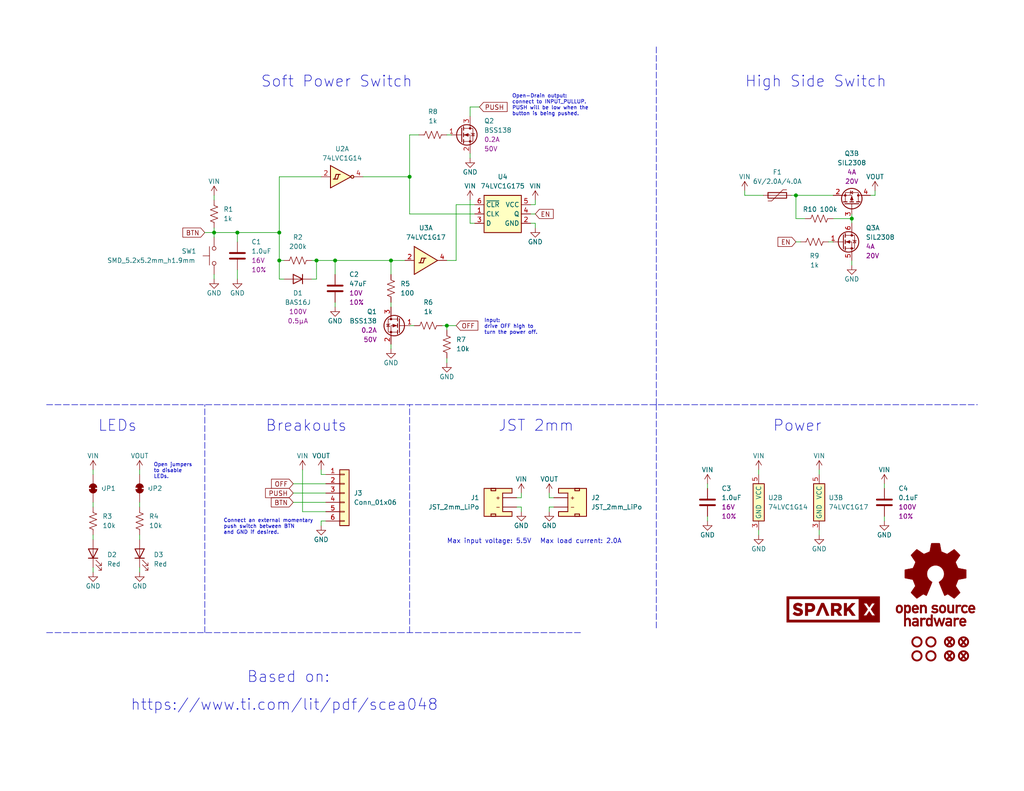
<source format=kicad_sch>
(kicad_sch (version 20230121) (generator eeschema)
  (paper "USLetter")
  (title_block (title "SparkX Soft Power Switch Mk2") (date "2024-03-13") (rev "v01") (comment 1 "Designed by: Paul Clark"))
  (lib_symbols
    (symbol "SparkFun-Aesthetic:Fiducial_0.5mm"
      (symbol "Fiducial_0.5mm_1_1"
        (text "x" (at 0 0.254 0) (effects (font (size 2.5 2.5) bold)))
      )
    )
    (symbol "SparkFun-Aesthetic:OSHW_Logo" (pin_names (offset 1.016)) (in_bom no))
    (symbol "SparkFun-Aesthetic:SparkX_Logo" (pin_names (offset 1.016)))
    (symbol "SparkFun-Capacitor:0.1uF_0603_100V_10%" (pin_numbers hide) (pin_names (offset 0.254))
      (property "Reference" "C" (at 0.635 2.54 0))
      (property "Value" "0.1uF" (at 0.635 -2.54 0))
      (property "Voltage" "100V" (at 0 -6.35 0))
      (property "Tolerance" "10%" (at 0 -8.89 0))
      (symbol "0.1uF_0603_100V_10%_1_1"
        (pin passive line (at 0 3.81 270) (length 2.794) (name "~") (number "1"))
        (pin passive line (at 0 -3.81 90) (length 2.794) (name "~") (number "2"))
      )
    )
    (symbol "SparkFun-Capacitor:1.0uF_0603_16V_10%" (pin_numbers hide) (pin_names (offset 0.254))
      (property "Reference" "C" (at 0.635 2.54 0))
      (property "Value" "1.0uF" (at 0.635 -2.54 0))
      (property "Voltage" "16V" (at 0 -6.35 0))
      (property "Tolerance" "10%" (at 0 -8.89 0))
      (symbol "1.0uF_0603_16V_10%_1_1"
        (pin passive line (at 0 3.81 270) (length 2.794) (name "~") (number "1"))
        (pin passive line (at 0 -3.81 90) (length 2.794) (name "~") (number "2"))
      )
    )
    (symbol "SparkFun-Capacitor:47uF_0805_10V_20%_1" (pin_numbers hide) (pin_names (offset 0.254))
      (property "Reference" "C" (at 0.635 2.54 0))
      (property "Value" "47uF" (at 0.635 -2.54 0))
      (property "Voltage" "10V" (at 0 -6.35 0))
      (property "Tolerance" "10%" (at 0 -8.89 0))
      (symbol "47uF_0805_10V_20%_1_1_1"
        (pin passive line (at 0 3.81 270) (length 2.794) (name "~") (number "1"))
        (pin passive line (at 0 -3.81 90) (length 2.794) (name "~") (number "2"))
      )
    )
    (symbol "SparkFun-Connector:Conn_01x02_JST_2mm_LiPo" (pin_numbers hide) (pin_names (offset 1.016) hide)
      (property "Reference" "J" (at 0 5.08 0))
      (property "Value" "JST_2mm_LiPo" (at 0 -8.89 0))
      (symbol "Conn_01x02_JST_2mm_LiPo_1_1"
        (text "+" (at 0 0 0) (effects (font (size 1 1))))
        (text "-" (at 0 -2.54 0) (effects (font (size 1 1))))
        (pin passive line (at -5.08 -2.54 0) (length 3.81) (name "-") (number "1"))
        (pin passive line (at -5.08 0 0) (length 3.81) (name "+") (number "2"))
        (pin no_connect line (at 1.27 -1.27 0) (length 2.54) hide (name "NC1") (number "NC1"))
        (pin no_connect line (at 1.27 -1.27 0) (length 2.54) hide (name "NC2") (number "NC2"))
      )
    )
    (symbol "SparkFun-Connector:Conn_01x06" (pin_names (offset 1.016) hide)
      (property "Reference" "J" (at 0 7.62 0))
      (property "Value" "Conn_01x06" (at 0 -10.16 0))
      (symbol "Conn_01x06_1_1"
        (pin passive line (at -5.08 5.08 0) (length 3.81) (name "Pin_1") (number "1"))
        (pin passive line (at -5.08 2.54 0) (length 3.81) (name "Pin_2") (number "2"))
        (pin passive line (at -5.08 0 0) (length 3.81) (name "Pin_3") (number "3"))
        (pin passive line (at -5.08 -2.54 0) (length 3.81) (name "Pin_4") (number "4"))
        (pin passive line (at -5.08 -5.08 0) (length 3.81) (name "Pin_5") (number "5"))
        (pin passive line (at -5.08 -7.62 0) (length 3.81) (name "Pin_6") (number "6"))
      )
    )
    (symbol "SparkFun-DiscreteSemi:D_250mA_100V" (pin_numbers hide) (pin_names (offset 1.016) hide)
      (property "Reference" "D" (at 0 2.54 0))
      (property "Value" "BAS16J" (at 0 -2.54 0))
      (property "VMax" "100V" (at 0 -5.08 0))
      (property "IRev" "0.5μA" (at 0 -7.62 0))
      (symbol "D_250mA_100V_1_1"
        (pin passive line (at 3.81 0 180) (length 2.54) (name "A") (number "A"))
        (pin passive line (at -3.81 0 0) (length 2.54) (name "C") (number "C"))
      )
    )
    (symbol "SparkFun-DiscreteSemi:Q_NMOS_0.2A_50V" (pin_names (offset 0) hide)
      (property "Reference" "Q" (at 5.08 1.27 0))
      (property "Value" "BSS138" (at 5.08 -1.27 0))
      (property "IMax" "0.2A" (at 7.62 -3.81 0))
      (property "VMax" "50V" (at 7.62 -6.35 0))
      (symbol "Q_NMOS_0.2A_50V_1_1"
        (pin input line (at -2.54 0 0) (length 0) (name "G") (number "1"))
        (pin passive line (at 2.54 -5.08 90) (length 2.54) (name "S") (number "2"))
        (pin passive line (at 2.54 5.08 270) (length 2.54) (name "D") (number "3"))
      )
    )
    (symbol "SparkFun-DiscreteSemi:Q_NPMOS_DUAL_4A_20V" (pin_names hide)
      (property "Reference" "Q" (at 5.08 1.905 0))
      (property "Value" "SIL2308" (at 5.08 0 0))
      (property "IMax" "4A" (at 6.35 -2.54 0))
      (property "VMax" "20V" (at 7.62 -5.08 0))
      (symbol "Q_NPMOS_DUAL_4A_20V_1_1"
        (pin input line (at -2.54 0 0) (length 0) (name "G") (number "1"))
        (pin passive line (at 2.54 -5.08 90) (length 2.54) (name "S") (number "5"))
        (pin passive line (at 2.54 5.08 270) (length 2.54) (name "D") (number "6"))
      )
      (symbol "Q_NPMOS_DUAL_4A_20V_2_1"
        (pin passive line (at 2.54 -5.08 90) (length 2.54) (name "1") (number "2"))
        (pin input line (at -2.54 0 0) (length 0) (name "G") (number "3"))
        (pin passive line (at 2.54 5.08 270) (length 2.54) (name "D") (number "4"))
      )
    )
    (symbol "SparkFun-Fuse:Fuse 6V/2.0A/4.0A" (pin_numbers hide) (pin_names (offset 0))
      (property "Reference" "F" (at 0 2.54 0))
      (property "Value" "6V/2.0A/4.0A" (at 0 -2.54 0))
      (symbol "Fuse 6V/2.0A/4.0A_1_1"
        (pin passive line (at 3.81 0 180) (length 1.27) (name "~") (number "1"))
        (pin passive line (at -3.81 0 0) (length 1.27) (name "~") (number "2"))
      )
    )
    (symbol "SparkFun-Hardware:Standoff")
    (symbol "SparkFun-IC-Logic:74LVC1G14"
      (property "Reference" "U" (at 2.54 3.81 0))
      (property "Value" "SN74LVC1G14DCK" (at 2.54 -3.81 0))
      (symbol "74LVC1G14_1_1"
        (pin input line (at -6.35 0 0) (length 2.54) (name "~") (number "2"))
        (pin output line (at 5.08 0 180) (length 2.54) (name "~") (number "4"))
      )
      (symbol "74LVC1G14_2_1"
        (pin power_in line (at 0 -7.62 90) (length 2.54) (name "GND") (number "3"))
        (pin power_in line (at 0 7.62 270) (length 2.54) (name "VCC") (number "5"))
      )
    )
    (symbol "SparkFun-IC-Logic:74LVC1G17"
      (property "Reference" "U" (at 1.905 2.54 0))
      (property "Value" "SN74LVC1G17DCK" (at 1.905 -2.54 0))
      (symbol "74LVC1G17_1_1"
        (pin input line (at -6.35 0 0) (length 2.54) (name "~") (number "2"))
        (pin output line (at 5.08 0 180) (length 2.54) (name "~") (number "4"))
      )
      (symbol "74LVC1G17_2_1"
        (pin power_in line (at 0 -7.62 90) (length 2.54) (name "GND") (number "3"))
        (pin power_in line (at 0 7.62 270) (length 2.54) (name "VCC") (number "5"))
      )
    )
    (symbol "SparkFun-IC-Logic:74LVC1G175"
      (property "Reference" "U" (at 0 8.89 0))
      (property "Value" "SN74LVC1G175DCK" (at 0 6.35 0))
      (symbol "74LVC1G175_1_1"
        (pin input line (at -7.62 0 0) (length 2.54) (name "CLK") (number "1"))
        (pin power_in line (at 7.62 -2.54 180) (length 2.54) (name "GND") (number "2"))
        (pin input line (at -7.62 -2.54 0) (length 2.54) (name "D") (number "3"))
        (pin output line (at 7.62 0 180) (length 2.54) (name "Q") (number "4"))
        (pin power_in line (at 7.62 2.54 180) (length 2.54) (name "VCC") (number "5"))
        (pin input line (at -7.62 2.54 0) (length 2.54) (name "~{CLR}") (number "6"))
      )
    )
    (symbol "SparkFun-Jumper:SolderJumper_2_Bridged" (pin_numbers hide) (pin_names (offset 0) hide)
      (property "Reference" "JP" (at 0 2.032 0))
      (property "Value" "~" (at 0 -2.54 0))
      (symbol "SolderJumper_2_Bridged_1_1"
        (pin passive line (at -3.81 0 0) (length 2.54) (name "A") (number "1"))
        (pin passive line (at 3.81 0 180) (length 2.54) (name "B") (number "2"))
      )
    )
    (symbol "SparkFun-LED:LED_Red_0603" (pin_numbers hide) (pin_names (offset 1.016) hide)
      (property "Reference" "D" (at 0 2.54 0))
      (property "Value" "Red" (at 0 -2.54 0))
      (symbol "LED_Red_0603_1_1"
        (pin passive line (at -3.81 0 0) (length 2.54) (name "K") (number "1"))
        (pin passive line (at 3.81 0 180) (length 2.54) (name "A") (number "2"))
      )
    )
    (symbol "SparkFun-PowerSymbol:GND" (power) (pin_names (offset 0))
      (property "Value" "GND" (at 0 -3.81 0))
      (symbol "GND_1_1"
        (pin power_in line (at 0 0 270) (length 0) hide (name "GND") (number "1"))
      )
    )
    (symbol "SparkFun-PowerSymbol:VIN" (power) (pin_names (offset 0))
      (property "Value" "VIN" (at 0 3.81 0))
      (symbol "VIN_1_1"
        (pin power_in line (at 0 0 90) (length 0) hide (name "VIN") (number "1"))
      )
    )
    (symbol "SparkFun-PowerSymbol:VOUT" (power) (pin_names (offset 0))
      (property "Value" "VOUT" (at 0 3.81 0))
      (symbol "VOUT_1_1"
        (pin power_in line (at 0 0 90) (length 0) hide (name "VOUT") (number "1"))
      )
    )
    (symbol "SparkFun-Resistor:100_0603" (pin_numbers hide) (pin_names (offset 0))
      (property "Reference" "R" (at 0 -2.54 0))
      (property "Value" "100" (at 0 2.54 0))
      (symbol "100_0603_1_1"
        (pin passive line (at 3.81 0 180) (length 1.27) (name "~") (number "1"))
        (pin passive line (at -3.81 0 0) (length 1.27) (name "~") (number "2"))
      )
    )
    (symbol "SparkFun-Resistor:100k_0603" (pin_numbers hide) (pin_names (offset 0))
      (property "Reference" "R" (at 0 -2.54 0))
      (property "Value" "100k" (at 0 2.54 0))
      (symbol "100k_0603_1_1"
        (pin passive line (at 3.81 0 180) (length 1.27) (name "~") (number "1"))
        (pin passive line (at -3.81 0 0) (length 1.27) (name "~") (number "2"))
      )
    )
    (symbol "SparkFun-Resistor:10k_0603" (pin_numbers hide) (pin_names (offset 0))
      (property "Reference" "R" (at 0 -2.54 0))
      (property "Value" "10k" (at 0 2.54 0))
      (symbol "10k_0603_1_1"
        (pin passive line (at 3.81 0 180) (length 1.27) (name "~") (number "1"))
        (pin passive line (at -3.81 0 0) (length 1.27) (name "~") (number "2"))
      )
    )
    (symbol "SparkFun-Resistor:1k_0603" (pin_numbers hide) (pin_names (offset 0))
      (property "Reference" "R" (at 0 -2.54 0))
      (property "Value" "1k" (at 0 2.54 0))
      (symbol "1k_0603_1_1"
        (pin passive line (at 3.81 0 180) (length 1.27) (name "~") (number "1"))
        (pin passive line (at -3.81 0 0) (length 1.27) (name "~") (number "2"))
      )
    )
    (symbol "SparkFun-Resistor:200k_0603" (pin_numbers hide) (pin_names (offset 0))
      (property "Reference" "R" (at 0 -2.54 0))
      (property "Value" "200k" (at 0 2.54 0))
      (symbol "200k_0603_1_1"
        (pin passive line (at 3.81 0 180) (length 1.27) (name "~") (number "1"))
        (pin passive line (at -3.81 0 0) (length 1.27) (name "~") (number "2"))
      )
    )
    (symbol "SparkFun-Switch:SPST_Push_SMD_5.2x5.2mm_h1.9mm" (pin_numbers hide) (pin_names (offset 0) hide)
      (property "Reference" "SW" (at 0 5.08 0))
      (property "Value" "SMD_5.2x5.2mm_h1.9mm" (at 0 -2.54 0))
      (symbol "SPST_Push_SMD_5.2x5.2mm_h1.9mm_1_1"
        (pin passive line (at -5.08 0 0) (length 2.54) (name "1") (number "1"))
        (pin passive line (at 5.08 0 180) (length 2.54) (name "2") (number "2"))
      )
    )
  )
  (junction (at 111.76 48.26))
  (junction (at 86.36 71.12))
  (junction (at 58.42 63.5))
  (junction (at 91.44 71.12))
  (junction (at 232.41 59.69))
  (junction (at 76.2 71.12))
  (junction (at 121.92 88.9))
  (junction (at 64.77 63.5))
  (junction (at 217.17 53.34))
  (junction (at 76.2 63.5))
  (junction (at 106.68 71.12))
  (wire (pts (xy 241.3 132.08) (xy 241.3 133.35)))
  (wire (pts (xy 106.68 93.98) (xy 106.68 95.25)))
  (wire (pts (xy 120.65 88.9) (xy 121.92 88.9)))
  (wire (pts (xy 217.17 59.69) (xy 217.17 53.34)))
  (wire (pts (xy 232.41 71.12) (xy 232.41 72.39)))
  (wire (pts (xy 106.68 71.12) (xy 110.49 71.12)))
  (wire (pts (xy 38.1 128.27) (xy 38.1 129.54)))
  (wire (pts (xy 238.76 52.07) (xy 238.76 53.34)))
  (wire (pts (xy 140.97 135.89) (xy 142.24 135.89)))
  (wire (pts (xy 227.33 59.69) (xy 232.41 59.69)))
  (wire (pts (xy 130.81 29.21) (xy 128.27 29.21)))
  (polyline (pts (xy 179.07 171.45) (xy 179.07 110.49)) (stroke (width 0) (type dash)))
  (polyline (pts (xy 12.7 110.49) (xy 266.7 110.49)) (stroke (width 0) (type dash)))
  (polyline (pts (xy 55.88 172.72) (xy 55.88 110.49)) (stroke (width 0) (type dash)))
  (wire (pts (xy 58.42 53.34) (xy 58.42 54.61)))
  (wire (pts (xy 85.09 71.12) (xy 86.36 71.12)))
  (wire (pts (xy 58.42 63.5) (xy 64.77 63.5)))
  (wire (pts (xy 129.54 60.96) (xy 128.27 60.96)))
  (wire (pts (xy 144.78 55.88) (xy 146.05 55.88)))
  (wire (pts (xy 64.77 73.66) (xy 64.77 76.2)))
  (wire (pts (xy 121.92 36.83) (xy 123.19 36.83)))
  (wire (pts (xy 58.42 62.23) (xy 58.42 63.5)))
  (wire (pts (xy 217.17 53.34) (xy 227.33 53.34)))
  (wire (pts (xy 219.71 59.69) (xy 217.17 59.69)))
  (wire (pts (xy 64.77 66.04) (xy 64.77 63.5)))
  (wire (pts (xy 91.44 71.12) (xy 106.68 71.12)))
  (polyline (pts (xy 12.7 172.72) (xy 158.75 172.72)) (stroke (width 0) (type dash)))
  (wire (pts (xy 151.13 138.43) (xy 149.86 138.43)))
  (wire (pts (xy 223.52 144.78) (xy 223.52 146.05)))
  (wire (pts (xy 241.3 140.97) (xy 241.3 142.24)))
  (wire (pts (xy 91.44 74.93) (xy 91.44 71.12)))
  (wire (pts (xy 25.4 154.94) (xy 25.4 156.21)))
  (wire (pts (xy 99.06 48.26) (xy 111.76 48.26)))
  (wire (pts (xy 128.27 41.91) (xy 128.27 43.18)))
  (wire (pts (xy 76.2 63.5) (xy 64.77 63.5)))
  (wire (pts (xy 111.76 58.42) (xy 129.54 58.42)))
  (wire (pts (xy 87.63 48.26) (xy 76.2 48.26)))
  (wire (pts (xy 149.86 134.62) (xy 149.86 135.89)))
  (wire (pts (xy 86.36 76.2) (xy 86.36 71.12)))
  (wire (pts (xy 80.01 132.08) (xy 88.9 132.08)))
  (wire (pts (xy 88.9 129.54) (xy 87.63 129.54)))
  (wire (pts (xy 77.47 76.2) (xy 76.2 76.2)))
  (wire (pts (xy 144.78 60.96) (xy 146.05 60.96)))
  (wire (pts (xy 121.92 90.17) (xy 121.92 88.9)))
  (wire (pts (xy 217.17 66.04) (xy 218.44 66.04)))
  (wire (pts (xy 193.04 140.97) (xy 193.04 142.24)))
  (wire (pts (xy 88.9 139.7) (xy 82.55 139.7)))
  (wire (pts (xy 215.9 53.34) (xy 217.17 53.34)))
  (wire (pts (xy 111.76 48.26) (xy 111.76 58.42)))
  (wire (pts (xy 207.01 144.78) (xy 207.01 146.05)))
  (wire (pts (xy 76.2 71.12) (xy 76.2 63.5)))
  (wire (pts (xy 128.27 29.21) (xy 128.27 31.75)))
  (wire (pts (xy 55.88 63.5) (xy 58.42 63.5)))
  (wire (pts (xy 111.76 88.9) (xy 113.03 88.9)))
  (wire (pts (xy 146.05 54.61) (xy 146.05 55.88)))
  (wire (pts (xy 232.41 58.42) (xy 232.41 59.69)))
  (wire (pts (xy 25.4 137.16) (xy 25.4 138.43)))
  (wire (pts (xy 86.36 71.12) (xy 91.44 71.12)))
  (wire (pts (xy 88.9 142.24) (xy 87.63 142.24)))
  (wire (pts (xy 149.86 135.89) (xy 151.13 135.89)))
  (wire (pts (xy 38.1 154.94) (xy 38.1 156.21)))
  (wire (pts (xy 124.46 71.12) (xy 124.46 55.88)))
  (wire (pts (xy 76.2 76.2) (xy 76.2 71.12)))
  (wire (pts (xy 111.76 36.83) (xy 111.76 48.26)))
  (wire (pts (xy 106.68 82.55) (xy 106.68 83.82)))
  (wire (pts (xy 193.04 132.08) (xy 193.04 133.35)))
  (wire (pts (xy 144.78 58.42) (xy 146.05 58.42)))
  (wire (pts (xy 208.28 53.34) (xy 203.2 53.34)))
  (wire (pts (xy 25.4 146.05) (xy 25.4 147.32)))
  (wire (pts (xy 85.09 76.2) (xy 86.36 76.2)))
  (wire (pts (xy 91.44 82.55) (xy 91.44 83.82)))
  (wire (pts (xy 146.05 60.96) (xy 146.05 62.23)))
  (wire (pts (xy 76.2 48.26) (xy 76.2 63.5)))
  (wire (pts (xy 38.1 137.16) (xy 38.1 138.43)))
  (wire (pts (xy 80.01 137.16) (xy 88.9 137.16)))
  (wire (pts (xy 58.42 64.77) (xy 58.42 63.5)))
  (wire (pts (xy 232.41 59.69) (xy 232.41 60.96)))
  (wire (pts (xy 114.3 36.83) (xy 111.76 36.83)))
  (wire (pts (xy 76.2 71.12) (xy 77.47 71.12)))
  (polyline (pts (xy 179.07 110.49) (xy 179.07 12.7)) (stroke (width 0) (type dash)))
  (wire (pts (xy 121.92 97.79) (xy 121.92 99.06)))
  (wire (pts (xy 223.52 128.27) (xy 223.52 129.54)))
  (wire (pts (xy 149.86 138.43) (xy 149.86 139.7)))
  (wire (pts (xy 140.97 138.43) (xy 142.24 138.43)))
  (wire (pts (xy 87.63 142.24) (xy 87.63 143.51)))
  (wire (pts (xy 142.24 134.62) (xy 142.24 135.89)))
  (wire (pts (xy 203.2 53.34) (xy 203.2 52.07)))
  (wire (pts (xy 237.49 53.34) (xy 238.76 53.34)))
  (polyline (pts (xy 111.76 172.72) (xy 111.76 110.49)) (stroke (width 0) (type dash)))
  (wire (pts (xy 124.46 55.88) (xy 129.54 55.88)))
  (wire (pts (xy 128.27 54.61) (xy 128.27 60.96)))
  (wire (pts (xy 38.1 146.05) (xy 38.1 147.32)))
  (wire (pts (xy 58.42 74.93) (xy 58.42 76.2)))
  (wire (pts (xy 121.92 88.9) (xy 124.46 88.9)))
  (wire (pts (xy 82.55 128.27) (xy 82.55 139.7)))
  (wire (pts (xy 226.06 66.04) (xy 227.33 66.04)))
  (wire (pts (xy 87.63 128.27) (xy 87.63 129.54)))
  (wire (pts (xy 25.4 128.27) (xy 25.4 129.54)))
  (wire (pts (xy 106.68 74.93) (xy 106.68 71.12)))
  (wire (pts (xy 142.24 138.43) (xy 142.24 139.7)))
  (wire (pts (xy 80.01 134.62) (xy 88.9 134.62)))
  (wire (pts (xy 207.01 128.27) (xy 207.01 129.54)))
  (wire (pts (xy 121.92 71.12) (xy 124.46 71.12)))
  (text "Connect an external momentary\npush switch between BTN\nand GND if desired." (at 60.96 146.05 0) (effects (font (size 1 1)) (justify left bottom)))
  (text "High Side Switch" (at 203.2 24.13 0) (effects (font (size 3 3)) (justify left bottom)))
  (text "Soft Power Switch" (at 71.12 24.13 0) (effects (font (size 3 3)) (justify left bottom)))
  (text "Open jumpers\nto disable\nLEDs." (at 41.91 130.81 0) (effects (font (size 1 1)) (justify left bottom)))
  (text "Breakouts" (at 72.39 118.11 0) (effects (font (size 3 3)) (justify left bottom)))
  (text "Open-Drain output:\nconnect to INPUT_PULLUP.\nPUSH will be low when the\nbutton is being pushed." (at 139.7 31.75 0) (effects (font (size 1 1)) (justify left bottom)))
  (text "Input:\ndrive OFF high to\nturn the power off." (at 132.08 91.44 0) (effects (font (size 1 1)) (justify left bottom)))
  (text "Max load current: 2.0A" (at 147.32 148.59 0) (effects (font (size 1.27 1.27)) (justify left bottom)))
  (text "Max input voltage: 5.5V" (at 121.92 148.59 0) (effects (font (size 1.27 1.27)) (justify left bottom)))
  (text "Power" (at 210.82 118.11 0) (effects (font (size 3 3)) (justify left bottom)))
  (text "LEDs" (at 26.67 118.11 0) (effects (font (size 3 3)) (justify left bottom)))
  (text "https://www.ti.com/lit/pdf/scea048" (at 35.56 194.31 0) (effects (font (size 3 3)) (justify left bottom)))
  (text "JST 2mm" (at 135.89 118.11 0) (effects (font (size 3 3)) (justify left bottom)))
  (text "Based on:" (at 67.31 186.69 0) (effects (font (size 3 3)) (justify left bottom)))
  (global_label "PUSH" (shape input) (at 80.01 134.62 180) (property "Intersheetrefs" "${INTERSHEET_REFS}" (effects hide)))
  (global_label "PUSH" (shape input) (at 130.81 29.21 0) (property "Intersheetrefs" "${INTERSHEET_REFS}" (effects hide)))
  (global_label "EN" (shape input) (at 217.17 66.04 180) (property "Intersheetrefs" "${INTERSHEET_REFS}" (effects hide)))
  (global_label "EN" (shape input) (at 146.05 58.42 0) (property "Intersheetrefs" "${INTERSHEET_REFS}" (effects hide)))
  (global_label "BTN" (shape input) (at 55.88 63.5 180) (property "Intersheetrefs" "${INTERSHEET_REFS}" (effects hide)))
  (global_label "OFF" (shape input) (at 80.01 132.08 180) (property "Intersheetrefs" "${INTERSHEET_REFS}" (effects hide)))
  (global_label "BTN" (shape input) (at 80.01 137.16 180) (property "Intersheetrefs" "${INTERSHEET_REFS}" (effects hide)))
  (global_label "OFF" (shape input) (at 124.46 88.9 0) (property "Intersheetrefs" "${INTERSHEET_REFS}" (effects hide)))
  (symbol (lib_id "SparkFun-Hardware:Standoff") (at 250.19 179.07 0) (unit 1)
    (property "Reference" "ST2" (effects hide))
    (property "Value" "Stand_off" (effects hide))
    (property "Footprint" "SparkFun-Hardware:Standoff" (effects hide))
  )
  (symbol (lib_id "SparkFun-PowerSymbol:VOUT") (at 87.63 128.27 0) (unit 1)
    (property "Reference" "#PWR027" (effects hide))
    (property "Value" "VOUT" (at 87.63 124.46 0))
  )
  (symbol (lib_id "SparkFun-Resistor:1k_0603") (at 222.25 66.04 0) (unit 1)
    (property "Reference" "R9" (at 222.25 69.85 0))
    (property "Value" "1k" (at 222.25 72.39 0))
    (property "Footprint" "SparkFun-Resistor:R_0603_1608Metric" (effects hide))
    (property "Datasheet" "https://www.vishay.com/docs/20035/dcrcwe3.pdf" (effects hide))
    (property "PROD_ID" "RES-07856" (effects hide))
  )
  (symbol (lib_id "SparkFun-Resistor:10k_0603") (at 121.92 93.98 90) (unit 1)
    (property "Reference" "R7" (at 124.46 92.71 90) (effects (justify right)))
    (property "Value" "10k" (at 124.46 95.25 90) (effects (justify right)))
    (property "Footprint" "SparkFun-Resistor:R_0603_1608Metric" (effects hide))
    (property "Datasheet" "https://www.vishay.com/docs/20035/dcrcwe3.pdf" (effects hide))
    (property "PROD_ID" "RES-00824" (effects hide))
  )
  (symbol (lib_id "SparkFun-DiscreteSemi:Q_NMOS_0.2A_50V") (at 125.73 36.83 0) (unit 1)
    (property "Reference" "Q2" (at 132.08 33.02 0) (effects (justify left)))
    (property "Value" "BSS138" (at 132.08 35.56 0) (effects (justify left)))
    (property "Footprint" "SparkFun-Semiconductor-Standard:SOT23-3" (effects hide))
    (property "Datasheet" "https://cdn.sparkfun.com/datasheets/BreakoutBoards/BSS138.pdf" (effects hide))
    (property "PROD_ID" "TRANS-00830" (effects hide))
    (property "IMax" "0.2A" (at 132.08 38.1 0) (effects (justify left)))
    (property "VMax" "50V" (at 132.08 40.64 0) (effects (justify left)))
  )
  (symbol (lib_id "SparkFun-Resistor:1k_0603") (at 58.42 58.42 90) (unit 1)
    (property "Reference" "R1" (at 60.96 57.15 90) (effects (justify right)))
    (property "Value" "1k" (at 60.96 59.69 90) (effects (justify right)))
    (property "Footprint" "SparkFun-Resistor:R_0603_1608Metric" (effects hide))
    (property "Datasheet" "https://www.vishay.com/docs/20035/dcrcwe3.pdf" (effects hide))
    (property "PROD_ID" "RES-07856" (effects hide))
  )
  (symbol (lib_id "SparkFun-Resistor:1k_0603") (at 118.11 36.83 180) (unit 1)
    (property "Reference" "R8" (at 118.11 30.48 0))
    (property "Value" "1k" (at 118.11 33.02 0))
    (property "Footprint" "SparkFun-Resistor:R_0603_1608Metric" (effects hide))
    (property "Datasheet" "https://www.vishay.com/docs/20035/dcrcwe3.pdf" (effects hide))
    (property "PROD_ID" "RES-07856" (effects hide))
  )
  (symbol (lib_id "SparkFun-PowerSymbol:GND") (at 25.4 156.21 0) (unit 1)
    (property "Reference" "#PWR014" (effects hide))
    (property "Value" "GND" (at 25.4 160.02 0))
  )
  (symbol (lib_id "SparkFun-Jumper:SolderJumper_2_Bridged") (at 25.4 133.35 90) (unit 1)
    (property "Reference" "JP1" (at 27.94 133.35 90) (effects (justify right)))
    (property "Value" "~" (at 27.94 133.35 0))
    (property "Footprint" "SparkFun-Jumper:Jumper_2_NC_Trace" (effects hide))
  )
  (symbol (lib_id "SparkFun-PowerSymbol:VIN") (at 58.42 53.34 0) (unit 1)
    (property "Reference" "#PWR017" (effects hide))
    (property "Value" "VIN" (at 58.42 49.53 0))
  )
  (symbol (lib_id "SparkFun-IC-Logic:74LVC1G175") (at 137.16 58.42 0) (unit 1)
    (property "Reference" "U4" (at 137.16 48.26 0))
    (property "Value" "74LVC1G175" (at 137.16 50.8 0))
    (property "Footprint" "SparkFun-Semiconductor-Standard:SOT-323" (effects hide))
    (property "Datasheet" "https://www.ti.com/lit/gpn/SN74LVC1G175" (effects hide))
    (property "PROD_ID" "IC-" (effects hide))
  )
  (symbol (lib_id "SparkFun-PowerSymbol:VIN") (at 203.2 52.07 0) (unit 1)
    (property "Reference" "#PWR030" (effects hide))
    (property "Value" "VIN" (at 203.2 48.26 0))
  )
  (symbol (lib_id "SparkFun-PowerSymbol:VIN") (at 146.05 54.61 0) (unit 1)
    (property "Reference" "#PWR025" (effects hide))
    (property "Value" "VIN" (at 146.05 50.8 0))
  )
  (symbol (lib_id "SparkFun-PowerSymbol:GND") (at 87.63 143.51 0) (unit 1)
    (property "Reference" "#PWR029" (effects hide))
    (property "Value" "GND" (at 87.63 147.32 0))
  )
  (symbol (lib_id "SparkFun-PowerSymbol:VIN") (at 82.55 128.27 0) (unit 1)
    (property "Reference" "#PWR028" (effects hide))
    (property "Value" "VIN" (at 82.55 124.46 0))
  )
  (symbol (lib_id "SparkFun-PowerSymbol:VOUT") (at 38.1 128.27 0) (unit 1)
    (property "Reference" "#PWR016" (effects hide))
    (property "Value" "VOUT" (at 38.1 124.46 0))
  )
  (symbol (lib_id "SparkFun-IC-Logic:74LVC1G14") (at 207.01 137.16 0) (unit 2)
    (property "Reference" "U2" (at 209.55 135.89 0) (effects (justify left)))
    (property "Value" "74LVC1G14" (at 209.55 138.43 0) (effects (justify left)))
    (property "Footprint" "SparkFun-Semiconductor-Standard:SOT-353" (effects hide))
    (property "Datasheet" "https://www.ti.com/lit/gpn/SN74LVC1G14" (effects hide))
    (property "PROD_ID" "IC-" (effects hide))
  )
  (symbol (lib_id "SparkFun-PowerSymbol:GND") (at 146.05 62.23 0) (unit 1)
    (property "Reference" "#PWR024" (effects hide))
    (property "Value" "GND" (at 146.05 66.04 0))
  )
  (symbol (lib_id "SparkFun-IC-Logic:74LVC1G17") (at 223.52 137.16 0) (unit 2)
    (property "Reference" "U3" (at 226.06 135.89 0) (effects (justify left)))
    (property "Value" "74LVC1G17" (at 226.06 138.43 0) (effects (justify left)))
    (property "Footprint" "SparkFun-Semiconductor-Standard:SOT-353" (effects hide))
    (property "Datasheet" "https://www.ti.com/lit/gpn/SN74LVC1G17" (effects hide))
    (property "PROD_ID" "IC-" (effects hide))
  )
  (symbol (lib_id "SparkFun-PowerSymbol:GND") (at 64.77 76.2 0) (unit 1)
    (property "Reference" "#PWR020" (effects hide))
    (property "Value" "GND" (at 64.77 80.01 0))
  )
  (symbol (lib_id "SparkFun-DiscreteSemi:D_250mA_100V") (at 81.28 76.2 0) (mirror y) (unit 1)
    (property "Reference" "D1" (at 81.28 80.01 0))
    (property "Value" "BAS16J" (at 81.28 82.55 0))
    (property "Footprint" "SparkFun-Semiconductor-Standard:SOD-323" (effects hide))
    (property "Datasheet" "https://assets.nexperia.com/documents/data-sheet/BAS16J.pdf" (effects hide))
    (property "PROD_ID" "DIO-09646" (effects hide))
    (property "VMax" "100V" (at 81.28 85.09 0))
    (property "IRev" "0.5μA" (at 81.28 87.63 0))
  )
  (symbol (lib_id "SparkFun-Capacitor:47uF_0805_10V_20%_1") (at 91.44 78.74 0) (unit 1)
    (property "Reference" "C2" (at 95.25 74.93 0) (effects (justify left)))
    (property "Value" "47uF" (at 95.25 77.47 0) (effects (justify left)))
    (property "Footprint" "SparkFun-Capacitor:C_1210_3225Metric" (effects hide))
    (property "Datasheet" "https://www.vishay.com/docs/40002/293d.pdf" (effects hide))
    (property "PROD_ID" "CAP-08310" (effects hide))
    (property "Voltage" "10V" (at 95.25 80.01 0) (effects (justify left)))
    (property "Tolerance" "10%" (at 95.25 82.55 0) (effects (justify left)))
  )
  (symbol (lib_id "SparkFun-PowerSymbol:VOUT") (at 149.86 134.62 0) (unit 1)
    (property "Reference" "#PWR02" (effects hide))
    (property "Value" "VOUT" (at 149.86 130.81 0))
  )
  (symbol (lib_id "SparkFun-Aesthetic:SparkX_Logo") (at 227.33 166.37 0) (unit 1)
    (property "Reference" "#G1" (effects hide))
    (property "Value" "SparkX_Logo" (effects hide))
  )
  (symbol (lib_id "SparkFun-Hardware:Standoff") (at 254 179.07 0) (unit 1)
    (property "Reference" "ST4" (effects hide))
    (property "Value" "Stand_off" (effects hide))
    (property "Footprint" "SparkFun-Hardware:Standoff" (effects hide))
  )
  (symbol (lib_id "SparkFun-PowerSymbol:GND") (at 121.92 99.06 0) (unit 1)
    (property "Reference" "#PWR023" (effects hide))
    (property "Value" "GND" (at 121.92 102.87 0))
  )
  (symbol (lib_id "SparkFun-PowerSymbol:VIN") (at 223.52 128.27 0) (unit 1)
    (property "Reference" "#PWR09" (effects hide))
    (property "Value" "VIN" (at 223.52 124.46 0))
  )
  (symbol (lib_id "SparkFun-Capacitor:1.0uF_0603_16V_10%") (at 64.77 69.85 0) (unit 1)
    (property "Reference" "C1" (at 68.58 66.04 0) (effects (justify left)))
    (property "Value" "1.0uF" (at 68.58 68.58 0) (effects (justify left)))
    (property "Footprint" "SparkFun-Capacitor:C_0603_1608Metric" (effects hide))
    (property "Datasheet" "https://cdn.sparkfun.com/assets/8/a/4/a/5/Kemet_Capacitor_Datasheet.pdf" (effects hide))
    (property "PROD_ID" "CAP-13930" (effects hide))
    (property "Voltage" "16V" (at 68.58 71.12 0) (effects (justify left)))
    (property "Tolerance" "10%" (at 68.58 73.66 0) (effects (justify left)))
  )
  (symbol (lib_id "SparkFun-PowerSymbol:GND") (at 58.42 76.2 0) (unit 1)
    (property "Reference" "#PWR019" (effects hide))
    (property "Value" "GND" (at 58.42 80.01 0))
  )
  (symbol (lib_id "SparkFun-Connector:Conn_01x06") (at 93.98 134.62 0) (unit 1)
    (property "Reference" "J3" (at 96.52 134.62 0) (effects (justify left)))
    (property "Value" "Conn_01x06" (at 96.52 137.16 0) (effects (justify left)))
    (property "Footprint" "SparkFun-Connector:1x06" (effects hide))
  )
  (symbol (lib_id "SparkFun-Fuse:Fuse 6V/2.0A/4.0A") (at 212.09 53.34 0) (unit 1)
    (property "Reference" "F1" (at 212.09 46.99 0))
    (property "Value" "6V/2.0A/4.0A" (at 212.09 49.53 0))
    (property "Footprint" "SparkFun-Fuse:1210" (effects hide))
    (property "Datasheet" "https://www.belfuse.com/resources/datasheets/circuitprotection/ds-cp-0zch-series.pdf" (effects hide))
    (property "PROD_ID" "RES-14313" (effects hide))
  )
  (symbol (lib_id "SparkFun-Hardware:Standoff") (at 250.19 175.26 0) (unit 1)
    (property "Reference" "ST1" (effects hide))
    (property "Value" "Stand_off" (effects hide))
    (property "Footprint" "SparkFun-Hardware:Standoff" (effects hide))
  )
  (symbol (lib_id "SparkFun-Resistor:10k_0603") (at 25.4 142.24 90) (unit 1)
    (property "Reference" "R3" (at 27.94 140.97 90) (effects (justify right)))
    (property "Value" "10k" (at 27.94 143.51 90) (effects (justify right)))
    (property "Footprint" "SparkFun-Resistor:R_0603_1608Metric" (effects hide))
    (property "Datasheet" "https://www.vishay.com/docs/20035/dcrcwe3.pdf" (effects hide))
    (property "PROD_ID" "RES-00824" (effects hide))
  )
  (symbol (lib_id "SparkFun-LED:LED_Red_0603") (at 38.1 151.13 90) (unit 1)
    (property "Reference" "D3" (at 41.91 151.4475 90) (effects (justify right)))
    (property "Value" "Red" (at 41.91 153.9875 90) (effects (justify right)))
    (property "Footprint" "SparkFun-LED:LED_0603_1608Metric" (effects hide))
    (property "Datasheet" "https://docs.broadcom.com/docs/AV02-0551EN" (effects hide))
    (property "PROD_ID" "DIO-17976" (effects hide))
  )
  (symbol (lib_id "SparkFun-PowerSymbol:GND") (at 193.04 142.24 0) (unit 1)
    (property "Reference" "#PWR011" (effects hide))
    (property "Value" "GND" (at 193.04 146.05 0))
  )
  (symbol (lib_id "SparkFun-Resistor:100_0603") (at 106.68 78.74 90) (unit 1)
    (property "Reference" "R5" (at 109.22 77.47 90) (effects (justify right)))
    (property "Value" "100" (at 109.22 80.01 90) (effects (justify right)))
    (property "Footprint" "SparkFun-Resistor:R_0603_1608Metric" (effects hide))
    (property "Datasheet" "https://www.vishay.com/docs/20035/dcrcwe3.pdf" (effects hide))
    (property "PROD_ID" "RES-07836" (effects hide))
  )
  (symbol (lib_id "SparkFun-Aesthetic:Fiducial_0.5mm") (at 262.89 179.07 0) (unit 1)
    (property "Reference" "FID4" (effects hide))
    (property "Value" "Fiducial_0.5mm" (effects hide))
    (property "Footprint" "SparkFun-Aesthetic:Fiducial_0.5mm_Mask1mm" (effects hide))
  )
  (symbol (lib_id "SparkFun-Switch:SPST_Push_SMD_5.2x5.2mm_h1.9mm") (at 58.42 69.85 90) (unit 1)
    (property "Reference" "SW1" (at 49.53 68.58 90) (effects (justify right)))
    (property "Value" "SMD_5.2x5.2mm_h1.9mm" (at 29.21 71.12 90) (effects (justify right)))
    (property "Footprint" "SparkFun-Switch:Push_SMD_5.2x5.2mm" (effects hide))
    (property "Datasheet" "https://sten-eswitch-13110800-production.s3.amazonaws.com/system/asset/product_line/data_sheet/165/TL3342.pdf" (effects hide))
    (property "PROD_ID" "SWCH-08247" (effects hide))
  )
  (symbol (lib_id "SparkFun-Hardware:Standoff") (at 254 175.26 0) (unit 1)
    (property "Reference" "ST3" (effects hide))
    (property "Value" "Stand_off" (effects hide))
    (property "Footprint" "SparkFun-Hardware:Standoff" (effects hide))
  )
  (symbol (lib_id "SparkFun-PowerSymbol:GND") (at 241.3 142.24 0) (unit 1)
    (property "Reference" "#PWR012" (effects hide))
    (property "Value" "GND" (at 241.3 146.05 0))
  )
  (symbol (lib_id "SparkFun-DiscreteSemi:Q_NPMOS_DUAL_4A_20V") (at 232.41 55.88 270) (mirror x) (unit 2)
    (property "Reference" "Q3" (at 232.41 41.91 90))
    (property "Value" "SIL2308" (at 232.41 44.45 90))
    (property "Footprint" "SparkFun-Semiconductor-Standard:SOT23-6-Tight" (effects hide))
    (property "Datasheet" "https://www.mccsemi.com/pdf/Products/SIL2308(SOT-23-6L)-A.pdf" (effects hide))
    (property "PROD_ID" "TRANS-15717" (effects hide))
    (property "IMax" "4A" (at 232.41 46.99 90))
    (property "VMax" "20V" (at 232.41 49.53 90))
  )
  (symbol (lib_id "SparkFun-LED:LED_Red_0603") (at 25.4 151.13 90) (unit 1)
    (property "Reference" "D2" (at 29.21 151.4475 90) (effects (justify right)))
    (property "Value" "Red" (at 29.21 153.9875 90) (effects (justify right)))
    (property "Footprint" "SparkFun-LED:LED_0603_1608Metric" (effects hide))
    (property "Datasheet" "https://docs.broadcom.com/docs/AV02-0551EN" (effects hide))
    (property "PROD_ID" "DIO-17976" (effects hide))
  )
  (symbol (lib_id "SparkFun-Aesthetic:Fiducial_0.5mm") (at 259.08 179.07 0) (unit 1)
    (property "Reference" "FID2" (effects hide))
    (property "Value" "Fiducial_0.5mm" (effects hide))
    (property "Footprint" "SparkFun-Aesthetic:Fiducial_0.5mm_Mask1mm" (effects hide))
  )
  (symbol (lib_id "SparkFun-PowerSymbol:GND") (at 128.27 43.18 0) (unit 1)
    (property "Reference" "#PWR026" (effects hide))
    (property "Value" "GND" (at 128.27 46.99 0))
  )
  (symbol (lib_id "SparkFun-PowerSymbol:VIN") (at 207.01 128.27 0) (unit 1)
    (property "Reference" "#PWR07" (effects hide))
    (property "Value" "VIN" (at 207.01 124.46 0))
  )
  (symbol (lib_id "SparkFun-PowerSymbol:GND") (at 91.44 83.82 0) (unit 1)
    (property "Reference" "#PWR021" (effects hide))
    (property "Value" "GND" (at 91.44 87.63 0))
  )
  (symbol (lib_id "SparkFun-PowerSymbol:VIN") (at 25.4 128.27 0) (unit 1)
    (property "Reference" "#PWR013" (effects hide))
    (property "Value" "VIN" (at 25.4 124.46 0))
  )
  (symbol (lib_id "SparkFun-Capacitor:1.0uF_0603_16V_10%") (at 193.04 137.16 0) (unit 1)
    (property "Reference" "C3" (at 196.85 133.35 0) (effects (justify left)))
    (property "Value" "1.0uF" (at 196.85 135.89 0) (effects (justify left)))
    (property "Footprint" "SparkFun-Capacitor:C_0603_1608Metric" (effects hide))
    (property "Datasheet" "https://cdn.sparkfun.com/assets/8/a/4/a/5/Kemet_Capacitor_Datasheet.pdf" (effects hide))
    (property "PROD_ID" "CAP-13930" (effects hide))
    (property "Voltage" "16V" (at 196.85 138.43 0) (effects (justify left)))
    (property "Tolerance" "10%" (at 196.85 140.97 0) (effects (justify left)))
  )
  (symbol (lib_id "SparkFun-PowerSymbol:GND") (at 149.86 139.7 0) (unit 1)
    (property "Reference" "#PWR04" (effects hide))
    (property "Value" "GND" (at 149.86 143.51 0))
  )
  (symbol (lib_id "SparkFun-Aesthetic:OSHW_Logo") (at 255.27 163.83 0) (unit 1) (in_bom no)
    (property "Reference" "G3" (effects hide))
    (property "Value" "OSHW_Logo" (effects hide))
    (property "Footprint" "SparkFun-Aesthetic:Creative_Commons_License" (effects hide))
  )
  (symbol (lib_id "SparkFun-Resistor:10k_0603") (at 38.1 142.24 90) (unit 1)
    (property "Reference" "R4" (at 40.64 140.97 90) (effects (justify right)))
    (property "Value" "10k" (at 40.64 143.51 90) (effects (justify right)))
    (property "Footprint" "SparkFun-Resistor:R_0603_1608Metric" (effects hide))
    (property "Datasheet" "https://www.vishay.com/docs/20035/dcrcwe3.pdf" (effects hide))
    (property "PROD_ID" "RES-00824" (effects hide))
  )
  (symbol (lib_id "SparkFun-Resistor:200k_0603") (at 81.28 71.12 0) (unit 1)
    (property "Reference" "R2" (at 81.28 64.77 0))
    (property "Value" "200k" (at 81.28 67.31 0))
    (property "Footprint" "SparkFun-Resistor:R_0603_1608Metric" (effects hide))
    (property "Datasheet" "https://www.vishay.com/docs/20035/dcrcwe3.pdf" (effects hide))
    (property "PROD_ID" "RES-09385" (effects hide))
  )
  (symbol (lib_id "SparkFun-PowerSymbol:GND") (at 223.52 146.05 0) (unit 1)
    (property "Reference" "#PWR08" (effects hide))
    (property "Value" "GND" (at 223.52 149.86 0))
  )
  (symbol (lib_id "SparkFun-Aesthetic:Fiducial_0.5mm") (at 259.08 175.26 0) (unit 1)
    (property "Reference" "FID1" (effects hide))
    (property "Value" "Fiducial_0.5mm" (effects hide))
    (property "Footprint" "SparkFun-Aesthetic:Fiducial_0.5mm_Mask1mm" (effects hide))
  )
  (symbol (lib_id "SparkFun-PowerSymbol:VOUT") (at 238.76 52.07 0) (unit 1)
    (property "Reference" "#PWR031" (effects hide))
    (property "Value" "VOUT" (at 238.76 48.26 0))
  )
  (symbol (lib_id "SparkFun-Capacitor:0.1uF_0603_100V_10%") (at 241.3 137.16 0) (unit 1)
    (property "Reference" "C4" (at 245.11 133.35 0) (effects (justify left)))
    (property "Value" "0.1uF" (at 245.11 135.89 0) (effects (justify left)))
    (property "Footprint" "SparkFun-Capacitor:C_0603_1608Metric" (effects hide))
    (property "Datasheet" "https://cdn.sparkfun.com/assets/8/a/4/a/5/Kemet_Capacitor_Datasheet.pdf" (effects hide))
    (property "PROD_ID" "CAP-08390" (effects hide))
    (property "Voltage" "100V" (at 245.11 138.43 0) (effects (justify left)))
    (property "Tolerance" "10%" (at 245.11 140.97 0) (effects (justify left)))
  )
  (symbol (lib_id "SparkFun-Connector:Conn_01x02_JST_2mm_LiPo") (at 156.21 135.89 0) (unit 1)
    (property "Reference" "J2" (at 161.29 135.89 0) (effects (justify left)))
    (property "Value" "JST_2mm_LiPo" (at 161.29 138.43 0) (effects (justify left)))
    (property "Footprint" "SparkFun-Connector:JST_SMD_2.0mm-2" (effects hide))
    (property "PROD_ID" "CONN-11443" (effects hide))
  )
  (symbol (lib_id "SparkFun-PowerSymbol:VIN") (at 193.04 132.08 0) (unit 1)
    (property "Reference" "#PWR05" (effects hide))
    (property "Value" "VIN" (at 193.04 128.27 0))
  )
  (symbol (lib_id "SparkFun-PowerSymbol:VIN") (at 241.3 132.08 0) (unit 1)
    (property "Reference" "#PWR010" (effects hide))
    (property "Value" "VIN" (at 241.3 128.27 0))
  )
  (symbol (lib_id "SparkFun-IC-Logic:74LVC1G14") (at 93.98 48.26 0) (unit 1)
    (property "Reference" "U2" (at 93.3553 40.64 0))
    (property "Value" "74LVC1G14" (at 93.3553 43.18 0))
    (property "Footprint" "SparkFun-Semiconductor-Standard:SOT-353" (effects hide))
    (property "Datasheet" "https://www.ti.com/lit/gpn/SN74LVC1G14" (effects hide))
    (property "PROD_ID" "IC-" (effects hide))
  )
  (symbol (lib_id "SparkFun-DiscreteSemi:Q_NMOS_0.2A_50V") (at 109.22 88.9 0) (mirror y) (unit 1)
    (property "Reference" "Q1" (at 102.87 85.09 0) (effects (justify left)))
    (property "Value" "BSS138" (at 102.87 87.63 0) (effects (justify left)))
    (property "Footprint" "SparkFun-Semiconductor-Standard:SOT23-3" (effects hide))
    (property "Datasheet" "https://cdn.sparkfun.com/datasheets/BreakoutBoards/BSS138.pdf" (effects hide))
    (property "PROD_ID" "TRANS-00830" (effects hide))
    (property "IMax" "0.2A" (at 102.87 90.17 0) (effects (justify left)))
    (property "VMax" "50V" (at 102.87 92.71 0) (effects (justify left)))
  )
  (symbol (lib_id "SparkFun-PowerSymbol:VIN") (at 128.27 54.61 0) (unit 1)
    (property "Reference" "#PWR018" (effects hide))
    (property "Value" "VIN" (at 128.27 50.8 0))
  )
  (symbol (lib_id "SparkFun-PowerSymbol:GND") (at 106.68 95.25 0) (unit 1)
    (property "Reference" "#PWR022" (effects hide))
    (property "Value" "GND" (at 106.68 99.06 0))
  )
  (symbol (lib_id "SparkFun-PowerSymbol:GND") (at 38.1 156.21 0) (unit 1)
    (property "Reference" "#PWR015" (effects hide))
    (property "Value" "GND" (at 38.1 160.02 0))
  )
  (symbol (lib_id "SparkFun-PowerSymbol:GND") (at 207.01 146.05 0) (unit 1)
    (property "Reference" "#PWR06" (effects hide))
    (property "Value" "GND" (at 207.01 149.86 0))
  )
  (symbol (lib_id "SparkFun-PowerSymbol:VIN") (at 142.24 134.62 0) (unit 1)
    (property "Reference" "#PWR01" (effects hide))
    (property "Value" "VIN" (at 142.24 130.81 0))
  )
  (symbol (lib_id "SparkFun-IC-Logic:74LVC1G17") (at 116.84 71.12 0) (unit 1)
    (property "Reference" "U3" (at 116.205 62.23 0))
    (property "Value" "74LVC1G17" (at 116.205 64.77 0))
    (property "Footprint" "SparkFun-Semiconductor-Standard:SOT-353" (effects hide))
    (property "Datasheet" "https://www.ti.com/lit/gpn/SN74LVC1G17" (effects hide))
    (property "PROD_ID" "IC-" (effects hide))
  )
  (symbol (lib_id "SparkFun-PowerSymbol:GND") (at 232.41 72.39 0) (unit 1)
    (property "Reference" "#PWR032" (effects hide))
    (property "Value" "GND" (at 232.41 76.2 0))
  )
  (symbol (lib_id "SparkFun-Aesthetic:Fiducial_0.5mm") (at 262.89 175.26 0) (unit 1)
    (property "Reference" "FID3" (effects hide))
    (property "Value" "Fiducial_0.5mm" (effects hide))
    (property "Footprint" "SparkFun-Aesthetic:Fiducial_0.5mm_Mask1mm" (effects hide))
  )
  (symbol (lib_id "SparkFun-DiscreteSemi:Q_NPMOS_DUAL_4A_20V") (at 229.87 66.04 0) (unit 1)
    (property "Reference" "Q3" (at 236.22 62.23 0) (effects (justify left)))
    (property "Value" "SIL2308" (at 236.22 64.77 0) (effects (justify left)))
    (property "Footprint" "SparkFun-Semiconductor-Standard:SOT23-6-Tight" (effects hide))
    (property "Datasheet" "https://www.mccsemi.com/pdf/Products/SIL2308(SOT-23-6L)-A.pdf" (effects hide))
    (property "PROD_ID" "TRANS-15717" (effects hide))
    (property "IMax" "4A" (at 236.22 67.31 0) (effects (justify left)))
    (property "VMax" "20V" (at 236.22 69.85 0) (effects (justify left)))
  )
  (symbol (lib_id "SparkFun-Jumper:SolderJumper_2_Bridged") (at 38.1 133.35 90) (unit 1)
    (property "Reference" "JP2" (at 40.64 133.35 90) (effects (justify right)))
    (property "Value" "~" (at 40.64 133.35 0))
    (property "Footprint" "SparkFun-Jumper:Jumper_2_NC_Trace" (effects hide))
  )
  (symbol (lib_id "SparkFun-Connector:Conn_01x02_JST_2mm_LiPo") (at 135.89 135.89 0) (mirror y) (unit 1)
    (property "Reference" "J1" (at 130.81 135.89 0) (effects (justify left)))
    (property "Value" "JST_2mm_LiPo" (at 130.81 138.43 0) (effects (justify left)))
    (property "Footprint" "SparkFun-Connector:JST_SMD_2.0mm-2" (effects hide))
    (property "PROD_ID" "CONN-11443" (effects hide))
  )
  (symbol (lib_id "SparkFun-Resistor:100k_0603") (at 223.52 59.69 0) (unit 1)
    (property "Reference" "R10" (at 220.98 57.15 0))
    (property "Value" "100k" (at 226.06 57.15 0))
    (property "Footprint" "SparkFun-Resistor:R_0603_1608Metric" (effects hide))
    (property "Datasheet" "https://www.vishay.com/docs/20035/dcrcwe3.pdf" (effects hide))
    (property "PROD_ID" "RES-07828" (effects hide))
  )
  (symbol (lib_id "SparkFun-PowerSymbol:GND") (at 142.24 139.7 0) (unit 1)
    (property "Reference" "#PWR03" (effects hide))
    (property "Value" "GND" (at 142.24 143.51 0))
  )
  (symbol (lib_id "SparkFun-Resistor:1k_0603") (at 116.84 88.9 180) (unit 1)
    (property "Reference" "R6" (at 116.84 82.55 0))
    (property "Value" "1k" (at 116.84 85.09 0))
    (property "Footprint" "SparkFun-Resistor:R_0603_1608Metric" (effects hide))
    (property "Datasheet" "https://www.vishay.com/docs/20035/dcrcwe3.pdf" (effects hide))
    (property "PROD_ID" "RES-07856" (effects hide))
  )
)
</source>
